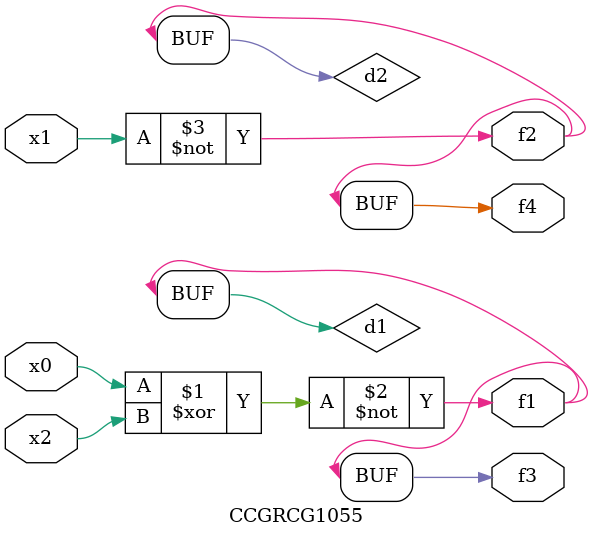
<source format=v>
module CCGRCG1055(
	input x0, x1, x2,
	output f1, f2, f3, f4
);

	wire d1, d2, d3;

	xnor (d1, x0, x2);
	nand (d2, x1);
	nor (d3, x1, x2);
	assign f1 = d1;
	assign f2 = d2;
	assign f3 = d1;
	assign f4 = d2;
endmodule

</source>
